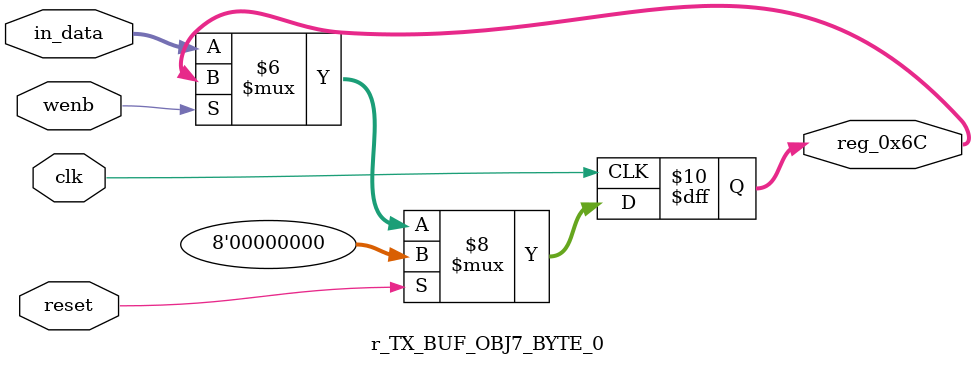
<source format=v>
module r_TX_BUF_OBJ7_BYTE_0(output reg [7:0] reg_0x6C, input wire reset, input wire wenb, input wire [7:0] in_data, input wire clk);
	always@(posedge clk)
	begin
		if(reset==0) begin
			if(wenb==0)
				reg_0x6C<=in_data;
			else
				reg_0x6C<=reg_0x6C;
		end
		else
			reg_0x6C<=8'h00;
	end
endmodule
</source>
